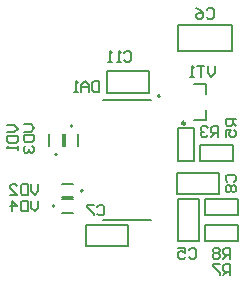
<source format=gbo>
G04*
G04 #@! TF.GenerationSoftware,Altium Limited,Altium Designer,20.2.7 (254)*
G04*
G04 Layer_Color=32896*
%FSLAX25Y25*%
%MOIN*%
G70*
G04*
G04 #@! TF.SameCoordinates,96668020-E94A-4B99-9336-B782C63C42B1*
G04*
G04*
G04 #@! TF.FilePolarity,Positive*
G04*
G01*
G75*
%ADD10C,0.00984*%
%ADD11C,0.00787*%
D10*
X106791Y75984D02*
G03*
X106791Y75984I-492J0D01*
G01*
D11*
X63287Y48425D02*
G03*
X63287Y48425I-394J0D01*
G01*
X72736Y53543D02*
G03*
X72736Y53543I-394J0D01*
G01*
X64173Y65650D02*
G03*
X64173Y65650I-394J0D01*
G01*
X69291Y75098D02*
G03*
X69291Y75098I-394J0D01*
G01*
X97638Y85039D02*
G03*
X97658Y85164I394J0D01*
G01*
X113386Y50787D02*
X124409D01*
X113386Y45276D02*
X124409D01*
Y50787D01*
X113386Y45276D02*
Y50787D01*
Y42126D02*
X124409D01*
X113386Y36614D02*
X124409D01*
Y42126D01*
X113386Y36614D02*
Y42126D01*
X65650Y50669D02*
X69587D01*
X65650Y46181D02*
X69587D01*
X65650Y51299D02*
X69587D01*
X65650Y55787D02*
X69587D01*
X61535Y68405D02*
Y72342D01*
X66024Y68405D02*
Y72342D01*
X71142Y68405D02*
Y72342D01*
X66654Y68405D02*
Y72342D01*
X94882Y86221D02*
Y93307D01*
X80709Y86221D02*
Y93307D01*
X94882D01*
X80709Y86221D02*
X94882D01*
X79331Y43804D02*
X95473D01*
X79331Y83740D02*
X95473D01*
X104331Y108661D02*
X122441D01*
X104331Y100000D02*
X122441D01*
Y108661D01*
X104331Y100000D02*
Y108661D01*
X113779Y85827D02*
Y88976D01*
X109843D02*
X113779D01*
Y77165D02*
Y80315D01*
X109843Y77165D02*
X113779D01*
X104331Y63386D02*
Y74410D01*
X109843Y63386D02*
Y74410D01*
X104331D02*
X109843D01*
X104331Y63386D02*
X109843D01*
X103937Y52362D02*
Y59449D01*
X118110Y52362D02*
Y59449D01*
X103937Y52362D02*
X118110D01*
X103937Y59449D02*
X118110D01*
X111811Y63386D02*
X122835D01*
X111811Y68898D02*
X122835D01*
X111811Y63386D02*
Y68898D01*
X122835Y63386D02*
Y68898D01*
X104331Y36614D02*
X111417D01*
X104331Y50787D02*
X111417D01*
Y36614D02*
Y50787D01*
X104331Y36614D02*
Y50787D01*
X87795Y35039D02*
Y42126D01*
X73622Y35039D02*
Y42126D01*
X87795D01*
X73622Y35039D02*
X87795D01*
X121849Y30906D02*
Y34448D01*
X120078D01*
X119488Y33858D01*
Y32677D01*
X120078Y32087D01*
X121849D01*
X120669D02*
X119488Y30906D01*
X118307Y33858D02*
X117717Y34448D01*
X116536D01*
X115946Y33858D01*
Y33268D01*
X116536Y32677D01*
X115946Y32087D01*
Y31496D01*
X116536Y30906D01*
X117717D01*
X118307Y31496D01*
Y32087D01*
X117717Y32677D01*
X118307Y33268D01*
Y33858D01*
X117717Y32677D02*
X116536D01*
X121849Y25394D02*
Y28936D01*
X120078D01*
X119488Y28346D01*
Y27165D01*
X120078Y26575D01*
X121849D01*
X120669D02*
X119488Y25394D01*
X118307Y28936D02*
X115946D01*
Y28346D01*
X118307Y25985D01*
Y25394D01*
X57872Y50196D02*
Y47835D01*
X56692Y46654D01*
X55511Y47835D01*
Y50196D01*
X54330D02*
Y46654D01*
X52559D01*
X51969Y47245D01*
Y49606D01*
X52559Y50196D01*
X54330D01*
X49017Y46654D02*
Y50196D01*
X50788Y48425D01*
X48427D01*
X52953Y75589D02*
X55315D01*
X56495Y74408D01*
X55315Y73228D01*
X52953D01*
Y72047D02*
X56495D01*
Y70276D01*
X55905Y69685D01*
X53544D01*
X52953Y70276D01*
Y72047D01*
X53544Y68505D02*
X52953Y67914D01*
Y66734D01*
X53544Y66143D01*
X54134D01*
X54724Y66734D01*
Y67324D01*
Y66734D01*
X55315Y66143D01*
X55905D01*
X56495Y66734D01*
Y67914D01*
X55905Y68505D01*
X57872Y55708D02*
Y53347D01*
X56692Y52166D01*
X55511Y53347D01*
Y55708D01*
X54330D02*
Y52166D01*
X52559D01*
X51969Y52756D01*
Y55118D01*
X52559Y55708D01*
X54330D01*
X48427Y52166D02*
X50788D01*
X48427Y54527D01*
Y55118D01*
X49017Y55708D01*
X50198D01*
X50788Y55118D01*
X47442Y75392D02*
X49803D01*
X50984Y74212D01*
X49803Y73031D01*
X47442D01*
Y71850D02*
X50984D01*
Y70079D01*
X50393Y69489D01*
X48032D01*
X47442Y70079D01*
Y71850D01*
X50984Y68308D02*
Y67127D01*
Y67718D01*
X47442D01*
X48032Y68308D01*
X86463Y99432D02*
X87053Y100022D01*
X88234D01*
X88824Y99432D01*
Y97071D01*
X88234Y96480D01*
X87053D01*
X86463Y97071D01*
X85282Y96480D02*
X84101D01*
X84692D01*
Y100022D01*
X85282Y99432D01*
X82331Y96480D02*
X81150D01*
X81740D01*
Y100022D01*
X82331Y99432D01*
X78148Y89960D02*
Y86418D01*
X76377D01*
X75787Y87008D01*
Y89370D01*
X76377Y89960D01*
X78148D01*
X74606Y86418D02*
Y88779D01*
X73425Y89960D01*
X72245Y88779D01*
Y86418D01*
Y88189D01*
X74606D01*
X71064Y86418D02*
X69883D01*
X70474D01*
Y89960D01*
X71064Y89370D01*
X116731Y95078D02*
Y92717D01*
X115550Y91536D01*
X114369Y92717D01*
Y95078D01*
X113189D02*
X110827D01*
X112008D01*
Y91536D01*
X109647D02*
X108466D01*
X109056D01*
Y95078D01*
X109647Y94488D01*
X123818Y77361D02*
X120276D01*
Y75590D01*
X120867Y75000D01*
X122047D01*
X122638Y75590D01*
Y77361D01*
Y76180D02*
X123818Y75000D01*
X120276Y71458D02*
Y73819D01*
X122047D01*
X121457Y72638D01*
Y72048D01*
X122047Y71458D01*
X123228D01*
X123818Y72048D01*
Y73229D01*
X123228Y73819D01*
X117912Y71457D02*
Y74999D01*
X116141D01*
X115551Y74409D01*
Y73228D01*
X116141Y72638D01*
X117912D01*
X116732D02*
X115551Y71457D01*
X114370Y74409D02*
X113780Y74999D01*
X112599D01*
X112009Y74409D01*
Y73819D01*
X112599Y73228D01*
X113190D01*
X112599D01*
X112009Y72638D01*
Y72048D01*
X112599Y71457D01*
X113780D01*
X114370Y72048D01*
X120867Y56496D02*
X120276Y57086D01*
Y58267D01*
X120867Y58857D01*
X123228D01*
X123818Y58267D01*
Y57086D01*
X123228Y56496D01*
X120867Y55315D02*
X120276Y54725D01*
Y53544D01*
X120867Y52954D01*
X121457D01*
X122047Y53544D01*
X122638Y52954D01*
X123228D01*
X123818Y53544D01*
Y54725D01*
X123228Y55315D01*
X122638D01*
X122047Y54725D01*
X121457Y55315D01*
X120867D01*
X122047Y54725D02*
Y53544D01*
X77526Y48224D02*
X78116Y48815D01*
X79297D01*
X79887Y48224D01*
Y45863D01*
X79297Y45272D01*
X78116D01*
X77526Y45863D01*
X76345Y48815D02*
X73984D01*
Y48224D01*
X76345Y45863D01*
Y45272D01*
X113976Y113779D02*
X114567Y114369D01*
X115747D01*
X116338Y113779D01*
Y111418D01*
X115747Y110827D01*
X114567D01*
X113976Y111418D01*
X110434Y114369D02*
X111615Y113779D01*
X112795Y112598D01*
Y111418D01*
X112205Y110827D01*
X111024D01*
X110434Y111418D01*
Y112008D01*
X111024Y112598D01*
X112795D01*
X108071Y33858D02*
X108661Y34448D01*
X109842D01*
X110432Y33858D01*
Y31496D01*
X109842Y30906D01*
X108661D01*
X108071Y31496D01*
X104528Y34448D02*
X106890D01*
Y32677D01*
X105709Y33268D01*
X105119D01*
X104528Y32677D01*
Y31496D01*
X105119Y30906D01*
X106300D01*
X106890Y31496D01*
M02*

</source>
